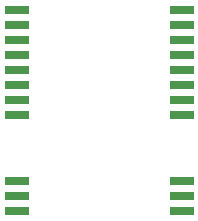
<source format=gbr>
%TF.GenerationSoftware,KiCad,Pcbnew,(6.0.4)*%
%TF.CreationDate,2023-05-23T16:29:30+02:00*%
%TF.ProjectId,OpenDTU_9400_NRF24_DM4DS_v1,4f70656e-4454-4555-9f39-3430305f4e52,rev?*%
%TF.SameCoordinates,Original*%
%TF.FileFunction,Paste,Top*%
%TF.FilePolarity,Positive*%
%FSLAX46Y46*%
G04 Gerber Fmt 4.6, Leading zero omitted, Abs format (unit mm)*
G04 Created by KiCad (PCBNEW (6.0.4)) date 2023-05-23 16:29:30*
%MOMM*%
%LPD*%
G01*
G04 APERTURE LIST*
%ADD10R,2.000000X0.800000*%
G04 APERTURE END LIST*
D10*
%TO.C,REF\u002A\u002A*%
X69200000Y-90280000D03*
X69200000Y-89010000D03*
X69200000Y-87740000D03*
X69200000Y-79630000D03*
X69200000Y-78360000D03*
X69200000Y-77090000D03*
X69200000Y-75820000D03*
X69200000Y-74550000D03*
X69200000Y-73280000D03*
X83200000Y-73280000D03*
X83200000Y-74550000D03*
X83200000Y-75820000D03*
X83200000Y-77090000D03*
X83200000Y-78360000D03*
X83200000Y-79630000D03*
X83200000Y-87740000D03*
X83200000Y-89010000D03*
X83200000Y-90280000D03*
X69200000Y-82170000D03*
X83200000Y-82170000D03*
X83200000Y-80900000D03*
X69200000Y-80900000D03*
%TD*%
M02*

</source>
